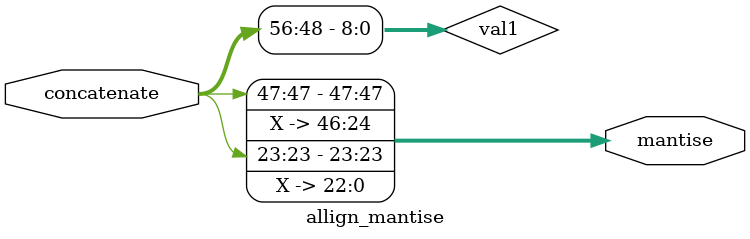
<source format=v>
`timescale 1ns / 1ps


module allign_mantise(
    input [56:0] concatenate,
    output reg [47:0] mantise
    );
    reg [8:0] val1;
    reg [22:0] m1, m2;
    integer i;
    always@(*)
    begin
        val1 <= concatenate[56:48];
        m1 <= concatenate[46:24];
        m2 <= concatenate[22:0];
        if (val1[8] == 1)
        begin
            m2 <= m2 >> val1[7:0];
        end
        else
        begin
            m1 <= m1 >> val1[7:0];
        end
        mantise[47] = concatenate[47];
        mantise[23] = concatenate[23];
        mantise[46:24] <= m1;
        mantise[22:0] <= m2;
    end
endmodule

</source>
